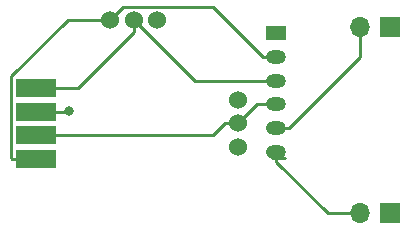
<source format=gbr>
G04 #@! TF.GenerationSoftware,KiCad,Pcbnew,5.1.5-52549c5~86~ubuntu18.04.1*
G04 #@! TF.CreationDate,2020-05-17T18:20:31-04:00*
G04 #@! TF.ProjectId,2020 05 PSP Joystick Breakout,32303230-2030-4352-9050-5350204a6f79,rev?*
G04 #@! TF.SameCoordinates,Original*
G04 #@! TF.FileFunction,Copper,L1,Top*
G04 #@! TF.FilePolarity,Positive*
%FSLAX46Y46*%
G04 Gerber Fmt 4.6, Leading zero omitted, Abs format (unit mm)*
G04 Created by KiCad (PCBNEW 5.1.5-52549c5~86~ubuntu18.04.1) date 2020-05-17 18:20:31*
%MOMM*%
%LPD*%
G04 APERTURE LIST*
%ADD10C,1.524000*%
%ADD11R,3.500000X1.500000*%
%ADD12R,1.700000X1.700000*%
%ADD13O,1.700000X1.700000*%
%ADD14R,1.700000X1.200000*%
%ADD15O,1.700000X1.200000*%
%ADD16C,0.800000*%
%ADD17C,0.250000*%
G04 APERTURE END LIST*
D10*
X160650000Y-111850000D03*
X156650000Y-111850000D03*
X158650000Y-111850000D03*
X167450000Y-118650000D03*
X167450000Y-122650000D03*
X167450000Y-120650000D03*
D11*
X150350000Y-117650000D03*
X150350000Y-119650000D03*
X150350000Y-121650000D03*
X150350000Y-123650000D03*
D12*
X180340000Y-128270000D03*
D13*
X177800000Y-128270000D03*
D12*
X180340000Y-112522000D03*
D13*
X177800000Y-112522000D03*
D14*
X170688000Y-113030000D03*
D15*
X170688000Y-115030000D03*
X170688000Y-117030000D03*
X170688000Y-119030000D03*
X170688000Y-121030000D03*
X170688000Y-123030000D03*
D16*
X153162000Y-119634000D03*
D17*
X150350000Y-119650000D02*
X153146000Y-119650000D01*
X153146000Y-119650000D02*
X153162000Y-119634000D01*
X157737001Y-110762999D02*
X157411999Y-111088001D01*
X165320999Y-110762999D02*
X157737001Y-110762999D01*
X157411999Y-111088001D02*
X156650000Y-111850000D01*
X169588000Y-115030000D02*
X165320999Y-110762999D01*
X170688000Y-115030000D02*
X169588000Y-115030000D01*
X148274999Y-116639999D02*
X148274999Y-123574999D01*
X148350000Y-123650000D02*
X150350000Y-123650000D01*
X153064998Y-111850000D02*
X148274999Y-116639999D01*
X148274999Y-123574999D02*
X148350000Y-123650000D01*
X156650000Y-111850000D02*
X153064998Y-111850000D01*
X163830000Y-117030000D02*
X158650000Y-111850000D01*
X170688000Y-117030000D02*
X163830000Y-117030000D01*
X153927630Y-117650000D02*
X152350000Y-117650000D01*
X152350000Y-117650000D02*
X150350000Y-117650000D01*
X158650000Y-112927630D02*
X153927630Y-117650000D01*
X158650000Y-111850000D02*
X158650000Y-112927630D01*
X169070000Y-119030000D02*
X167450000Y-120650000D01*
X170688000Y-119030000D02*
X169070000Y-119030000D01*
X165372370Y-121650000D02*
X152350000Y-121650000D01*
X166372370Y-120650000D02*
X165372370Y-121650000D01*
X152350000Y-121650000D02*
X150350000Y-121650000D01*
X167450000Y-120650000D02*
X166372370Y-120650000D01*
X177800000Y-113724081D02*
X177800000Y-112522000D01*
X171788000Y-121030000D02*
X177800000Y-115018000D01*
X177800000Y-115018000D02*
X177800000Y-113724081D01*
X170688000Y-121030000D02*
X171788000Y-121030000D01*
X170350000Y-123570000D02*
X171450000Y-123570000D01*
X170688000Y-123880000D02*
X170688000Y-123030000D01*
X175078000Y-128270000D02*
X170688000Y-123880000D01*
X177800000Y-128270000D02*
X175078000Y-128270000D01*
M02*

</source>
